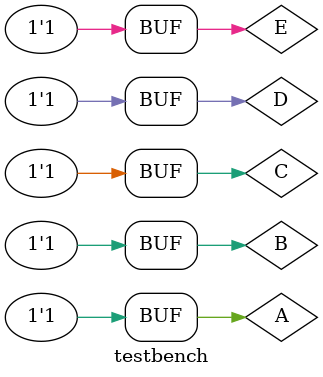
<source format=v>
`timescale 1ns/1ns
module testbench();

reg A,B,C,D,E;
wire  ALARM;

mysource s (A,B,C,D,E,ALARM);

initial begin
    $dumpfile("TimingDiagram.vcd");
    $dumpvars(0,ALARM, A,B,C,D,E);
    A <= 0; B<= 0;C<=0;D<=0;E<=0;
#10 A <= 0; B<= 0;C<=0;D<=0;E<=1;
#10 A <= 0; B<= 0;C<=0;D<=1;E<=0;
#10 A <= 0; B<= 0;C<=0;D<=1;E<=1;
#10 A <= 0; B<= 0;C<=1;D<=0;E<=0;
#10 A <= 0; B<= 0;C<=1;D<=0;E<=1;
#10 A <= 0; B<= 0;C<=1;D<=1;E<=0;
#10 A <= 0; B<= 0;C<=1;D<=1;E<=1;
#10 A <= 0; B<= 1;C<=0;D<=0;E<=0;
#10 A <= 0; B<= 1;C<=0;D<=0;E<=1;
#10 A <= 0; B<= 1;C<=0;D<=1;E<=0;
#10 A <= 0; B<= 1;C<=0;D<=1;E<=1;
#10 A <= 0; B<= 1;C<=1;D<=0;E<=0;
#10 A <= 0; B<= 1;C<=1;D<=0;E<=1;
#10 A <= 0; B<= 1;C<=1;D<=1;E<=0;
#10 A <= 0; B<= 1;C<=1;D<=1;E<=1;
#10 A <= 1; B<= 0;C<=0;D<=0;E<=0;
#10 A <= 1; B<= 0;C<=0;D<=0;E<=1;
#10 A <= 1; B<= 0;C<=0;D<=1;E<=0;
#10 A <= 1; B<= 0;C<=0;D<=1;E<=1;
#10 A <= 1; B<= 0;C<=1;D<=0;E<=0;
#10 A <= 1; B<= 0;C<=1;D<=0;E<=1;
#10 A <= 1; B<= 0;C<=1;D<=1;E<=0;
#10 A <= 1; B<= 0;C<=1;D<=1;E<=1;
#10 A <= 1; B<= 1;C<=0;D<=0;E<=0;
#10 A <= 1; B<= 1;C<=0;D<=0;E<=1;
#10 A <= 1; B<= 1;C<=0;D<=1;E<=0;
#10 A <= 1; B<= 1;C<=0;D<=1;E<=1;
#10 A <= 1; B<= 1;C<=1;D<=0;E<=0;
#10 A <= 1; B<= 1;C<=1;D<=0;E<=1;
#10 A <= 1; B<= 1;C<=1;D<=1;E<=0;
#10 A <= 1; B<= 1;C<=1;D<=1;E<=1;
#10;

end

endmodule
</source>
